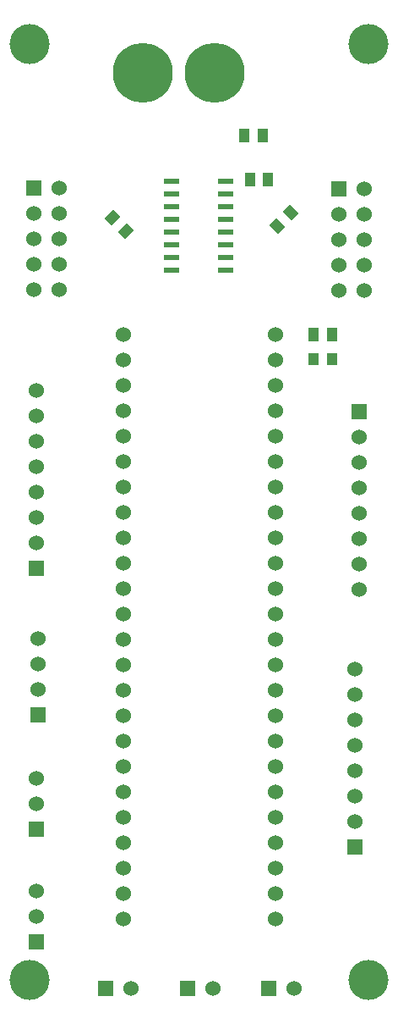
<source format=gbr>
%TF.GenerationSoftware,Altium Limited,Altium Designer,19.1.8 (144)*%
G04 Layer_Color=255*
%FSLAX26Y26*%
%MOIN*%
%TF.FileFunction,Pads,Top*%
%TF.Part,Single*%
G01*
G75*
%TA.AperFunction,SMDPad,CuDef*%
%ADD10R,0.041339X0.055118*%
%ADD11R,0.041339X0.051181*%
G04:AMPARAMS|DCode=12|XSize=51.181mil|YSize=41.339mil|CornerRadius=0mil|HoleSize=0mil|Usage=FLASHONLY|Rotation=315.000|XOffset=0mil|YOffset=0mil|HoleType=Round|Shape=Rectangle|*
%AMROTATEDRECTD12*
4,1,4,-0.032711,0.003480,-0.003480,0.032711,0.032711,-0.003480,0.003480,-0.032711,-0.032711,0.003480,0.0*
%
%ADD12ROTATEDRECTD12*%

%ADD13R,0.061024X0.023622*%
G04:AMPARAMS|DCode=14|XSize=51.181mil|YSize=41.339mil|CornerRadius=0mil|HoleSize=0mil|Usage=FLASHONLY|Rotation=225.000|XOffset=0mil|YOffset=0mil|HoleType=Round|Shape=Rectangle|*
%AMROTATEDRECTD14*
4,1,4,0.003480,0.032711,0.032711,0.003480,-0.003480,-0.032711,-0.032711,-0.003480,0.003480,0.032711,0.0*
%
%ADD14ROTATEDRECTD14*%

%TA.AperFunction,ComponentPad*%
%ADD18R,0.060000X0.060000*%
%ADD19C,0.060000*%
%ADD20R,0.060000X0.060000*%
%ADD21C,0.236220*%
%TA.AperFunction,ViaPad*%
%ADD22C,0.157480*%
D10*
X1078740Y3480315D02*
D03*
X1005906D02*
D03*
X1352362Y2696850D02*
D03*
X1279528D02*
D03*
X1099409Y3307087D02*
D03*
X1026575D02*
D03*
D11*
X1279528Y2598425D02*
D03*
X1352362D02*
D03*
D12*
X1187168Y3175357D02*
D03*
X1135666Y3123855D02*
D03*
D13*
X931102Y2950197D02*
D03*
Y3000197D02*
D03*
Y3050197D02*
D03*
Y3100197D02*
D03*
Y3150197D02*
D03*
Y3200197D02*
D03*
Y3250197D02*
D03*
Y3300197D02*
D03*
X718504Y2950197D02*
D03*
Y3000197D02*
D03*
Y3050197D02*
D03*
Y3100197D02*
D03*
Y3150197D02*
D03*
Y3200197D02*
D03*
Y3250197D02*
D03*
Y3300197D02*
D03*
D14*
X537562Y3104170D02*
D03*
X486060Y3155672D02*
D03*
D18*
X1439961Y680118D02*
D03*
X185039Y306890D02*
D03*
Y749803D02*
D03*
X189961Y1200197D02*
D03*
X1458661Y2394095D02*
D03*
X1376378Y3270866D02*
D03*
X185039Y1774803D02*
D03*
X175591Y3272441D02*
D03*
D19*
X1439961Y780118D02*
D03*
Y880118D02*
D03*
Y980118D02*
D03*
Y1080118D02*
D03*
Y1180118D02*
D03*
Y1280118D02*
D03*
Y1380118D02*
D03*
X1202756Y124016D02*
D03*
X881496Y122047D02*
D03*
X559646Y124016D02*
D03*
X185039Y406890D02*
D03*
Y506890D02*
D03*
Y849803D02*
D03*
Y949803D02*
D03*
X189961Y1500197D02*
D03*
Y1400197D02*
D03*
Y1300197D02*
D03*
X1128937Y1097441D02*
D03*
Y1197441D02*
D03*
Y1297441D02*
D03*
Y2697441D02*
D03*
Y2597441D02*
D03*
Y2497441D02*
D03*
X528937Y1297441D02*
D03*
X1128937Y997441D02*
D03*
Y897441D02*
D03*
Y797441D02*
D03*
Y697441D02*
D03*
Y597441D02*
D03*
Y497441D02*
D03*
Y397441D02*
D03*
X528937D02*
D03*
Y497441D02*
D03*
Y597441D02*
D03*
Y697441D02*
D03*
Y797441D02*
D03*
Y897441D02*
D03*
Y997441D02*
D03*
Y1097441D02*
D03*
Y1197441D02*
D03*
X1128937Y2397441D02*
D03*
Y2297441D02*
D03*
Y2197441D02*
D03*
Y2097441D02*
D03*
Y1997441D02*
D03*
Y1897441D02*
D03*
Y1797441D02*
D03*
Y1697441D02*
D03*
Y1597441D02*
D03*
Y1497441D02*
D03*
Y1397441D02*
D03*
X528937D02*
D03*
Y1497441D02*
D03*
Y1597441D02*
D03*
Y1697441D02*
D03*
Y1797441D02*
D03*
Y1897441D02*
D03*
Y1997441D02*
D03*
Y2097441D02*
D03*
Y2197441D02*
D03*
Y2297441D02*
D03*
Y2397441D02*
D03*
Y2497441D02*
D03*
Y2597441D02*
D03*
Y2697441D02*
D03*
X1458661Y1694094D02*
D03*
Y1794094D02*
D03*
Y1894094D02*
D03*
Y1994094D02*
D03*
Y2094095D02*
D03*
Y2194095D02*
D03*
Y2294095D02*
D03*
X1476378Y3270866D02*
D03*
Y3170866D02*
D03*
X1376378D02*
D03*
Y3070866D02*
D03*
Y2970866D02*
D03*
Y2870866D02*
D03*
X1476378Y3070866D02*
D03*
Y2970866D02*
D03*
Y2870866D02*
D03*
X185039Y2474803D02*
D03*
Y2374803D02*
D03*
Y2274803D02*
D03*
Y2174803D02*
D03*
Y2074803D02*
D03*
Y1974803D02*
D03*
Y1874803D02*
D03*
X275591Y3272441D02*
D03*
Y3172441D02*
D03*
X175591D02*
D03*
Y3072441D02*
D03*
Y2972441D02*
D03*
Y2872441D02*
D03*
X275591Y3072441D02*
D03*
Y2972441D02*
D03*
Y2872441D02*
D03*
D20*
X1102756Y124016D02*
D03*
X781496Y122047D02*
D03*
X459646Y124016D02*
D03*
D21*
X603465Y3725000D02*
D03*
X886929D02*
D03*
D22*
X1496063Y3838583D02*
D03*
X157480D02*
D03*
Y157480D02*
D03*
X1496063D02*
D03*
%TF.MD5,314f38187d10eb490e5c01ac3314d758*%
M02*

</source>
